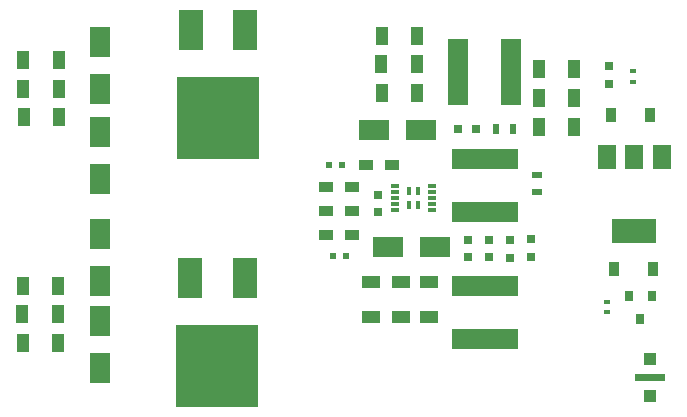
<source format=gbr>
G04 #@! TF.GenerationSoftware,KiCad,Pcbnew,(5.1.4)-1*
G04 #@! TF.CreationDate,2021-02-21T00:25:35+00:00*
G04 #@! TF.ProjectId,5v_to_bipolar15v_PSU,35765f74-6f5f-4626-9970-6f6c61723135,rev?*
G04 #@! TF.SameCoordinates,Original*
G04 #@! TF.FileFunction,Paste,Top*
G04 #@! TF.FilePolarity,Positive*
%FSLAX46Y46*%
G04 Gerber Fmt 4.6, Leading zero omitted, Abs format (unit mm)*
G04 Created by KiCad (PCBNEW (5.1.4)-1) date 2021-02-21 00:25:35*
%MOMM*%
%LPD*%
G04 APERTURE LIST*
%ADD10R,0.600000X0.400000*%
%ADD11R,0.900000X1.200000*%
%ADD12R,0.500000X0.900000*%
%ADD13R,0.900000X0.500000*%
%ADD14R,0.750000X0.800000*%
%ADD15R,1.200000X0.900000*%
%ADD16R,0.800000X0.750000*%
%ADD17R,1.000000X1.000000*%
%ADD18C,0.100000*%
%ADD19C,0.600000*%
%ADD20R,1.600000X1.000000*%
%ADD21R,1.000000X1.600000*%
%ADD22R,3.800000X2.000000*%
%ADD23R,1.500000X2.000000*%
%ADD24R,2.000000X3.500000*%
%ADD25R,7.000000X7.000000*%
%ADD26R,0.650000X0.300000*%
%ADD27R,0.465000X0.744000*%
%ADD28R,0.800000X0.900000*%
%ADD29R,5.700000X1.700000*%
%ADD30R,1.700000X5.700000*%
%ADD31R,1.800000X2.500000*%
%ADD32R,2.500000X1.800000*%
%ADD33R,0.600000X0.500000*%
G04 APERTURE END LIST*
D10*
X168933000Y-106269400D03*
X168933000Y-105369400D03*
D11*
X172511000Y-89603400D03*
X169211000Y-89603400D03*
D12*
X160956500Y-90707400D03*
X159456500Y-90707400D03*
D13*
X162961000Y-94603400D03*
X162961000Y-96103400D03*
D14*
X149538500Y-96307400D03*
X149538500Y-97807400D03*
X169097000Y-85417400D03*
X169097000Y-86917400D03*
D15*
X147336500Y-95660400D03*
X145136500Y-95660400D03*
X150722500Y-93755400D03*
X148522500Y-93755400D03*
D14*
X162461000Y-100103400D03*
X162461000Y-101603400D03*
D16*
X157781500Y-90707400D03*
X156281500Y-90707400D03*
D14*
X157158500Y-100117400D03*
X157158500Y-101617400D03*
X158936500Y-100117400D03*
X158936500Y-101617400D03*
X160714500Y-100129400D03*
X160714500Y-101629400D03*
D17*
X172548000Y-110196900D03*
D18*
G36*
X173712703Y-111497622D02*
G01*
X173727264Y-111499782D01*
X173741543Y-111503359D01*
X173755403Y-111508318D01*
X173768710Y-111514612D01*
X173781336Y-111522180D01*
X173793159Y-111530948D01*
X173804066Y-111540834D01*
X173813952Y-111551741D01*
X173822720Y-111563564D01*
X173830288Y-111576190D01*
X173836582Y-111589497D01*
X173841541Y-111603357D01*
X173845118Y-111617636D01*
X173847278Y-111632197D01*
X173848000Y-111646900D01*
X173848000Y-111946900D01*
X173847278Y-111961603D01*
X173845118Y-111976164D01*
X173841541Y-111990443D01*
X173836582Y-112004303D01*
X173830288Y-112017610D01*
X173822720Y-112030236D01*
X173813952Y-112042059D01*
X173804066Y-112052966D01*
X173793159Y-112062852D01*
X173781336Y-112071620D01*
X173768710Y-112079188D01*
X173755403Y-112085482D01*
X173741543Y-112090441D01*
X173727264Y-112094018D01*
X173712703Y-112096178D01*
X173698000Y-112096900D01*
X171398000Y-112096900D01*
X171383297Y-112096178D01*
X171368736Y-112094018D01*
X171354457Y-112090441D01*
X171340597Y-112085482D01*
X171327290Y-112079188D01*
X171314664Y-112071620D01*
X171302841Y-112062852D01*
X171291934Y-112052966D01*
X171282048Y-112042059D01*
X171273280Y-112030236D01*
X171265712Y-112017610D01*
X171259418Y-112004303D01*
X171254459Y-111990443D01*
X171250882Y-111976164D01*
X171248722Y-111961603D01*
X171248000Y-111946900D01*
X171248000Y-111646900D01*
X171248722Y-111632197D01*
X171250882Y-111617636D01*
X171254459Y-111603357D01*
X171259418Y-111589497D01*
X171265712Y-111576190D01*
X171273280Y-111563564D01*
X171282048Y-111551741D01*
X171291934Y-111540834D01*
X171302841Y-111530948D01*
X171314664Y-111522180D01*
X171327290Y-111514612D01*
X171340597Y-111508318D01*
X171354457Y-111503359D01*
X171368736Y-111499782D01*
X171383297Y-111497622D01*
X171398000Y-111496900D01*
X173698000Y-111496900D01*
X173712703Y-111497622D01*
X173712703Y-111497622D01*
G37*
D19*
X172548000Y-111796900D03*
D17*
X172548000Y-113396900D03*
D20*
X153856500Y-103685400D03*
X153856500Y-106685400D03*
D21*
X149792500Y-85246400D03*
X152792500Y-85246400D03*
D22*
X171211000Y-99403400D03*
D23*
X171211000Y-93103400D03*
X168911000Y-93103400D03*
X173511000Y-93103400D03*
D11*
X169461000Y-102588400D03*
X172761000Y-102588400D03*
D24*
X138211000Y-103391400D03*
X133631000Y-103391400D03*
D25*
X135911000Y-110791400D03*
D24*
X138261000Y-82391400D03*
X133681000Y-82391400D03*
D25*
X135961000Y-89791400D03*
D26*
X150943000Y-95586400D03*
X150943000Y-96086400D03*
X150943000Y-96586400D03*
X150943000Y-97086400D03*
X150943000Y-97586400D03*
X154043000Y-97586400D03*
X154043000Y-97086400D03*
X154043000Y-96586400D03*
X154043000Y-96086400D03*
X154043000Y-95586400D03*
D27*
X152880500Y-97206400D03*
X152880500Y-95966400D03*
X152105500Y-97206400D03*
X152105500Y-95966400D03*
D10*
X171129000Y-86753400D03*
X171129000Y-85853400D03*
D15*
X145136500Y-97692400D03*
X147336500Y-97692400D03*
X145136500Y-99724400D03*
X147336500Y-99724400D03*
D28*
X172675500Y-104874400D03*
X170775500Y-104874400D03*
X171725500Y-106874400D03*
D29*
X158555500Y-108542400D03*
X158555500Y-104042400D03*
X158555500Y-93283400D03*
X158555500Y-97783400D03*
D30*
X160805500Y-85881400D03*
X156305500Y-85881400D03*
D31*
X125975500Y-99651400D03*
X125975500Y-103651400D03*
X125975500Y-107017400D03*
X125975500Y-111017400D03*
X125975500Y-90983400D03*
X125975500Y-94983400D03*
X125975500Y-83395400D03*
X125975500Y-87395400D03*
D32*
X150364500Y-100740400D03*
X154364500Y-100740400D03*
X149189500Y-90834400D03*
X153189500Y-90834400D03*
D21*
X119411500Y-108852400D03*
X122411500Y-108852400D03*
X119411500Y-104026400D03*
X122411500Y-104026400D03*
X122470500Y-84937400D03*
X119470500Y-84937400D03*
X122494500Y-89763400D03*
X119494500Y-89763400D03*
D20*
X151443500Y-103685400D03*
X151443500Y-106685400D03*
D21*
X119387500Y-106439400D03*
X122387500Y-106439400D03*
D20*
X148903500Y-103685400D03*
X148903500Y-106685400D03*
D21*
X149816500Y-87659400D03*
X152816500Y-87659400D03*
X122470500Y-87350400D03*
X119470500Y-87350400D03*
X163105500Y-85629000D03*
X166105500Y-85629000D03*
X163105500Y-88118200D03*
X166105500Y-88118200D03*
D33*
X146786500Y-101502400D03*
X145686500Y-101502400D03*
X145347500Y-93755400D03*
X146447500Y-93755400D03*
D21*
X149816500Y-82833400D03*
X152816500Y-82833400D03*
X163105500Y-90607400D03*
X166105500Y-90607400D03*
M02*

</source>
